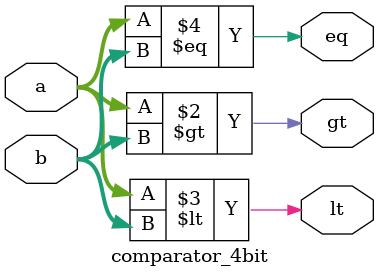
<source format=sv>
module comparator_4bit (
    input  logic [3:0] a,
    input  logic [3:0] b,
    output logic gt,
    output logic lt,
    output logic eq
);

    always_comb begin
        gt = (a > b);
        lt = (a < b);
        eq = (a == b);
    end

endmodule

</source>
